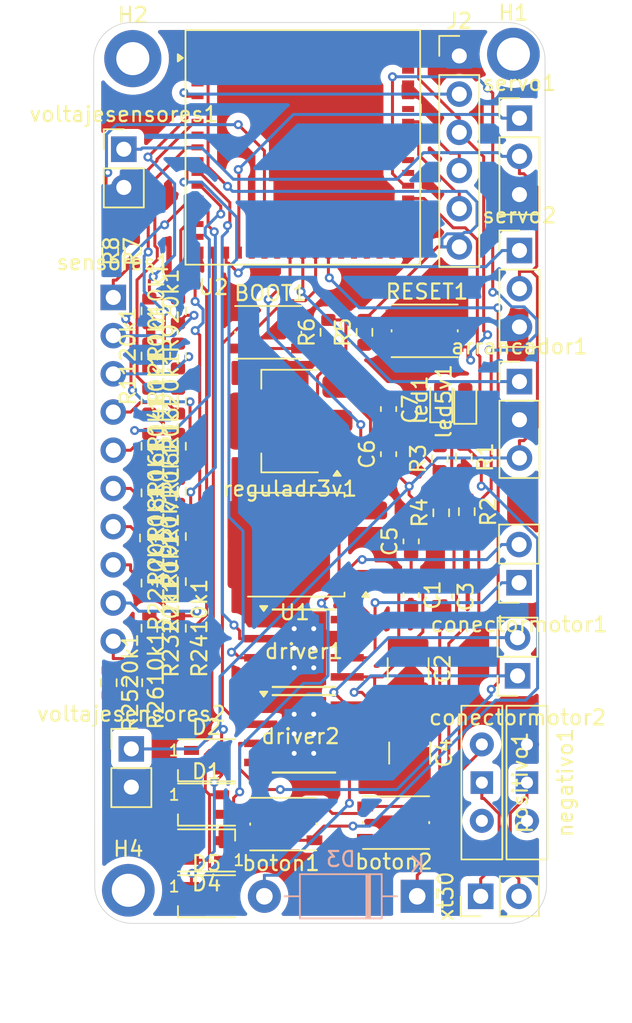
<source format=kicad_pcb>
(kicad_pcb (version 20240108) (generator "pcbnew") (generator_version "8.0")
  (layers (0 "F.Cu" signal) (31 "B.Cu" signal) (34 "B.Paste" user) (35 "F.Paste" user) (36 "B.SilkS" user "B.Silkscreen") (37 "F.SilkS" user "F.Silkscreen") (38 "B.Mask" user) (39 "F.Mask" user) (44 "Edge.Cuts" user))
  (net 0 "")
  (net 1 "arrancador")
  (net 2 "RX")
  (net 3 "BOOT")
  (net 4 "5v")
  (net 5 "GND")
  (net 6 "Net-(conectormotor1-Pin_1)")
  (net 7 "Net-(conectormotor1-Pin_2)")
  (net 8 "EN")
  (net 9 "BT2")
  (net 10 "TX")
  (net 12 "24v")
  (net 13 "Net-(led1-A)")
  (net 14 "sensor2")
  (net 15 "sensor9")
  (net 16 "sensor5")
  (net 17 "sensor3")
  (net 18 "sensor4")
  (net 19 "Net-(conectormotor2-Pin_1)")
  (net 20 "Net-(conectormotor2-Pin_2)")
  (net 21 "MA1")
  (net 22 "MA2")
  (net 24 "Net-(D1-DOUT)")
  (net 25 "leds")
  (net 26 "Net-(negativo1-B)")
  (net 27 "Net-(positivo1-B)")
  (net 28 "sensor8")
  (net 29 "sensor1")
  (net 30 "sensor7")
  (net 31 "sensor6")
  (net 32 "sensor10")
  (net 33 "servo1")
  (net 34 "servo2")
  (net 35 "Net-(D2-DIN)")
  (net 36 "Net-(D3-K)")
  (net 37 "3.3v")
  (net 38 "MB1")
  (net 39 "MB2")
  (net 40 "BT1")
  (net 41 "GPIO0")
  (net 42 "Net-(sensores1-Pin_1)")
  (net 43 "Net-(sensores1-Pin_2)")
  (net 44 "Net-(sensores1-Pin_3)")
  (net 45 "Net-(sensores1-Pin_4)")
  (net 46 "Net-(sensores1-Pin_5)")
  (net 47 "Net-(sensores1-Pin_6)")
  (net 48 "Net-(sensores1-Pin_7)")
  (net 49 "Net-(sensores1-Pin_8)")
  (net 50 "Net-(sensores1-Pin_9)")
  (net 51 "Net-(sensores1-Pin_10)")
  (net 52 "Net-(led5v1-A)")
  (net 54 "Net-(D4-DOUT)")
  (footprint "Connector_PinHeader_2.54mm:PinHeader_1x06_P2.54mm_Vertical" (layer "F.Cu") (at 148.1 98.42)
    (property "Reference" "J2")
    (property "Value" "programadoresp32")
  )
  (footprint "Resistor_SMD:R_0603_1608Metric" (layer "F.Cu") (at 129.4 133.375 90)
    (property "Reference" "R2210k1")
    (property "Value" "~")
  )
  (footprint "Capacitor_SMD:C_0603_1608Metric" (layer "F.Cu") (at 143.4 124.9 90)
    (property "Reference" "C6")
    (property "Value" "~")
  )
  (footprint "Connector_PinHeader_2.54mm:PinHeader_1x02_P2.54mm_Vertical" (layer "F.Cu") (at 149.525 154.3 90)
    (property "Reference" "xt30")
    (property "Value" "Conn_01x02_Socket")
  )
  (footprint "MountingHole:MountingHole_2.2mm_M2_ISO7380_Pad_TopBottom" (layer "F.Cu") (at 126.1 153.9)
    (property "Reference" "H4")
    (property "Value" "MountingHole")
  )
  (footprint "Package_TO_SOT_SMD:TO-252-2" (layer "F.Cu") (at 137.16 130.92 180)
    (property "Reference" "U1")
    (property "Value" "L7805")
  )
  (footprint "Connector_PinHeader_2.54mm:PinHeader_1x02_P2.54mm_Vertical" (layer "F.Cu") (at 125.8 104.625)
    (property "Reference" "voltajesensores1")
    (property "Value" "Conn_01x02_Socket")
  )
  (footprint "Resistor_SMD:R_0603_1608Metric" (layer "F.Cu") (at 146.9 128.8 90)
    (property "Reference" "R4")
    (property "Value" "330k")
  )
  (footprint "Capacitor_SMD:C_0603_1608Metric" (layer "F.Cu") (at 144.9 134.275 -90)
    (property "Reference" "C1")
    (property "Value" "0.1UF 50V")
  )
  (footprint "Resistor_SMD:R_0603_1608Metric" (layer "F.Cu") (at 127.5 115.375 -90)
    (property "Reference" "R920k1")
    (property "Value" "~")
  )
  (footprint "Connector_PinHeader_2.54mm:PinHeader_1x03_P2.54mm_Vertical" (layer "F.Cu") (at 152.1 111.36)
    (property "Reference" "servo2")
    (property "Value" "Conn_01x03_Pin")
  )
  (footprint "Resistor_SMD:R_0603_1608Metric" (layer "F.Cu") (at 129.4 121.375 90)
    (property "Reference" "R1410k1")
    (property "Value" "~")
  )
  (footprint "Connector_PinHeader_2.54mm:PinHeader_1x10_P2.54mm_Vertical" (layer "F.Cu") (at 125.1 114.48)
    (property "Reference" "sensores1")
    (property "Value" "Conn_01x10_Socket")
  )
  (footprint "MountingHole:MountingHole_2.2mm_M2_ISO7380_Pad_TopBottom" (layer "F.Cu") (at 151.7 98.3)
    (property "Reference" "H1")
    (property "Value" "MountingHole")
  )
  (footprint "Resistor_SMD:R_0603_1608Metric" (layer "F.Cu") (at 148.4 125.1 -90)
    (property "Reference" "R1")
    (property "Value" "R_Small_US")
  )
  (footprint "Button_Switch_THT:SW_Slide-03_Wuerth-WS-SLTV_10x2.5x6.4_P2.54mm" (layer "F.Cu") (at 152.6 146.74 -90)
    (property "Reference" "negativo1")
    (property "Value" "~")
  )
  (footprint "Resistor_SMD:R_0603_1608Metric" (layer "F.Cu") (at 148.6 128.725 -90)
    (property "Reference" "R2")
    (property "Value" "R_Small_US")
  )
  (footprint "LED_SMD:LED_0603_1608Metric" (layer "F.Cu") (at 148.5 121.4 90)
    (property "Reference" "led5v1")
    (property "Value" "LED")
  )
  (footprint "Resistor_SMD:R_0603_1608Metric" (layer "F.Cu") (at 127.5 118.375 90)
    (property "Reference" "R1120k1")
    (property "Value" "~")
  )
  (footprint "Capacitor_SMD:C_0603_1608Metric" (layer "F.Cu") (at 144.9 130.7 90)
    (property "Reference" "C5")
    (property "Value" "~")
  )
  (footprint "Capacitor_SMD:C_0603_1608Metric" (layer "F.Cu") (at 143.4 121.9 -90)
    (property "Reference" "C7")
    (property "Value" "~")
  )
  (footprint "Resistor_SMD:R_0603_1608Metric" (layer "F.Cu") (at 124.9 111.425 -90)
    (property "Reference" "R7")
    (property "Value" "20k")
  )
  (footprint "Capacitor_SMD:C_1210_3225Metric" (layer "F.Cu") (at 144.8 144.775 -90)
    (property "Reference" "C4")
    (property "Value" "470UF 5V")
  )
  (footprint "Resistor_SMD:R_0603_1608Metric" (layer "F.Cu") (at 129.4 118.375 90)
    (property "Reference" "R1210k1")
    (property "Value" "~")
  )
  (footprint "Resistor_SMD:R_0603_1608Metric" (layer "F.Cu") (at 126.5 140.1 -90)
    (property "Reference" "R2610k1")
    (property "Value" "~")
  )
  (footprint "Button_Switch_SMD:SW_Push_1P1T_NO_Vertical_Wuerth_434133025816" (layer "F.Cu") (at 145.8 116.7)
    (property "Reference" "RESET1")
    (property "Value" "SW_Push")
  )
  (footprint "MountingHole:MountingHole_2.2mm_M2_ISO14580_Pad_TopBottom" (layer "F.Cu") (at 126.4 98.6)
    (property "Reference" "H2")
    (property "Value" "MountingHole")
  )
  (footprint "Button_Switch_SMD:SW_Push_1P1T_NO_Vertical_Wuerth_434133025816" (layer "F.Cu") (at 136.4 149.5 180)
    (property "Reference" "boton1")
    (property "Value" "SW_Push")
  )
  (footprint "Capacitor_SMD:C_1210_3225Metric" (layer "F.Cu") (at 144.7 139.175 -90)
    (property "Reference" "C2")
    (property "Value" "470UF 5V")
  )
  (footprint "Button_Switch_THT:SW_Slide-03_Wuerth-WS-SLTV_10x2.5x6.4_P2.54mm" (layer "F.Cu") (at 149.6 146.74 -90)
    (property "Reference" "positivo1")
    (property "Value" "~")
  )
  (footprint "LED_SMD:LED_SK6805_PLCC4_2.4x2.7mm_P1.3mm" (layer "F.Cu") (at 131.3 151.25 180)
    (property "Reference" "D4")
    (property "Value" "SK6805")
  )
  (footprint "Resistor_SMD:R_0603_1608Metric" (layer "F.Cu") (at 129.4 115.375 90)
    (property "Reference" "R1010k1")
    (property "Value" "~")
  )
  (footprint "Resistor_SMD:R_0603_1608Metric" (layer "F.Cu") (at 129.4 124.375 90)
    (property "Reference" "R1610k1")
    (property "Value" "~")
  )
  (footprint "Resistor_SMD:R_0603_1608Metric" (layer "F.Cu") (at 127.5 124.375 -90)
    (property "Reference" "R1520k1")
    (property "Value" "~")
  )
  (footprint "Resistor_SMD:R_0603_1608Metric" (layer "F.Cu") (at 141.8 116.8 90)
    (property "Reference" "R5")
    (property "Value" "10K")
  )
  (footprint "Connector_PinSocket_2.54mm:PinSocket_1x02_P2.54mm_Vertical" (layer "F.Cu") (at 152.075 133.45 180)
    (property "Reference" "conectormotor1")
    (property "Value" "Conn_01x02_Socket")
  )
  (footprint "Package_SO:Texas_HTSOP-8-1EP_3.9x4.9mm_P1.27mm_EP2.95x4.9mm_Mask2.4x3.1mm_ThermalVias" (layer "F.Cu") (at 137.775 137.805)
    (property "Reference" "driver1")
    (property "Value" "DRV8871DDA")
  )
  (footprint "Resistor_SMD:R_0603_1608Metric" (layer "F.Cu") (at 127.5 136.475 -90)
    (property "Reference" "R2320k1")
    (property "Value" "~")
  )
  (footprint "Package_TO_SOT_SMD:SOT-223-3_TabPin2" (layer "F.Cu") (at 136.85 122.7 180)
    (property "Reference" "reguladr3v1")
    (property "Value" "AMS1117")
  )
  (footprint "Resistor_SMD:R_0603_1608Metric" (layer "F.Cu") (at 127.5 127.475 -90)
    (property "Reference" "R1720k1")
    (property "Value" "~")
  )
  (footprint "Resistor_SMD:R_0603_1608Metric" (layer "F.Cu") (at 129.4 130.375 90)
    (property "Reference" "R2010k1")
    (property "Value" "~")
  )
  (footprint "Capacitor_SMD:C_0603_1608Metric" (layer "F.Cu") (at 147.1 134.375 -90)
    (property "Reference" "C3")
    (property "Value" "0.1UF 50V")
  )
  (footprint "Resistor_SMD:R_0603_1608Metric" (layer "F.Cu") (at 124.8 140.1 -90)
    (property "Reference" "R2520k1")
    (property "Value" "~")
  )
  (footprint "LED_SMD:LED_0603_1608Metric" (layer "F.Cu") (at 146.9 121.3 90)
    (property "Reference" "led1")
    (property "Value" "3.3led")
  )
  (footprint "Button_Switch_SMD:SW_Push_1P1T_NO_Vertical_Wuerth_434133025816" (layer "F.Cu") (at 143.9 149.4 180)
    (property "Reference" "boton2")
    (property "Value" "SW_Push")
  )
  (footprint "Button_Switch_SMD:SW_Push_1P1T_NO_Vertical_Wuerth_434133025816" (layer "F.Cu") (at 135.4 116.8)
    (property "Reference" "BOOT1")
    (property "Value" "SW_Push")
  )
  (footprint "Connector_PinHeader_2.54mm:PinHeader_1x03_P2.54mm_Vertical" (layer "F.Cu") (at 152.1 120.075)
    (property "Reference" "arrancador1")
    (property "Value" "Conn_01x03_Pin")
  )
  (footprint "Resistor_SMD:R_0603_1608Metric" (layer "F.Cu") (at 129.4 136.475 -90)
    (property "Reference" "R2410k1")
    (property "Value" "~")
  )
  (footprint "Resistor_SMD:R_0603_1608Metric" (layer "F.Cu") (at 146.8 125.2 90)
    (property "Reference" "R3")
    (property "Value" "330k")
  )
  (footprint "Connector_PinHeader_2.54mm:PinHeader_1x03_P2.54mm_Vertical" (layer "F.Cu") (at 152.1 102.56)
    (property "Reference" "servo1")
    (property "Value" "Conn_01x03_Pin")
  )
  (footprint "Resistor_SMD:R_0603_1608Metric" (layer "F.Cu") (at 129.4 127.375 90)
    (property "Reference" "R1810k1")
    (property "Value" "~")
  )
  (footprint "Resistor_SMD:R_0603_1608Metric" (layer "F.Cu") (at 139.4 116.8 90)
    (property "Reference" "R6")
    (property "Value" "10K")
  )
  (footprint "Resistor_SMD:R_0603_1608Metric" (layer "F.Cu") (at 127.4 130.475 -90)
    (property "Reference" "R1920k1")
    (property "Value" "~")
  )
  (footprint "RF_Module:ESP32-S2-MINI-1U" (layer "F.Cu") (at 137.7 104.5)
    (property "Reference" "U2")
    (property "Value" "ESP32-S3-MINI-1U")
  )
  (footprint "Resistor_SMD:R_0603_1608Metric" (layer "F.Cu") (at 127.5 121.375 -90)
    (property "Reference" "R1320k1")
    (property "Value" "~")
  )
  (footprint "Resistor_SMD:R_0603_1608Metric" (layer "F.Cu") (at 126.4 111.4 90)
    (property "Reference" "R8")
    (property "Value" "10k")
  )
  (footprint "LED_SMD:LED_SK6805_PLCC4_2.4x2.7mm_P1.3mm" (layer "F.Cu") (at 131.3 145.25)
    (property "Reference" "D2")
    (property "Value" "SK6805")
  )
  (footprint "Package_SO:Texas_HTSOP-8-1EP_3.9x4.9mm_P1.27mm_EP2.95x4.9mm_Mask2.4x3.1mm_ThermalVias" (layer "F.Cu") (at 137.775 143.495)
    (property "Reference" "driver2")
    (property "Value" "DRV8871DDA")
  )
  (footprint "Resistor_SMD:R_0603_1608Metric" (layer "F.Cu") (at 127.5 133.475 -90)
    (property "Reference" "R2120k1")
    (property "Value" "~")
  )
  (footprint "Connector_PinSocket_2.54mm:PinSocket_1x02_P2.54mm_Vertical" (layer "F.Cu") (at 151.975 139.64 180)
    (property "Reference" "conectormotor2")
    (property "Value" "Conn_01x02_Socket")
  )
  (footprint "LED_SMD:LED_SK6805_PLCC4_2.4x2.7mm_P1.3mm" (layer "F.Cu") (at 131.3 148.2)
    (property "Reference" "D1")
    (property "Value" "SK6805")
  )
  (footprint "Connector_PinHeader_2.54mm:PinHeader_1x02_P2.54mm_Vertical" (layer "F.Cu") (at 126.3 144.5)
    (property "Reference" "voltajesensores2")
    (property "Value" "Conn_01x02_Socket")
  )
  (footprint "LED_SMD:LED_SK6805_PLCC4_2.4x2.7mm_P1.3mm" (layer "F.Cu") (at 131.3 154.3)
    (property "Reference" "D5")
    (property "Value" "SK6805")
  )
  (footprint "Diode_THT:D_DO-41_SOD81_P10.16mm_Horizontal" (layer "B.Cu") (at 145.305 154.3 180)
    (property "Reference" "D3")
    (property "Value" "1N5819")
  )
  (gr_line (start 153.9 153.6) (end 153.8 98.6) (stroke (width 0.05)) (layer "Edge.Cuts"))
  (gr_arc (start 151.3 96.198001) (mid 153.033465 96.895811) (end 153.8 98.6) (stroke (width 0.05)) (layer "Edge.Cuts"))
  (gr_line (start 151.3 96.198001) (end 126.2 96.2) (stroke (width 0.05)) (layer "Edge.Cuts"))
  (gr_arc (start 153.9 153.6) (mid 153.167767 155.367767) (end 151.4 156.1) (stroke (width 0.05)) (layer "Edge.Cuts"))
  (gr_arc (start 126.367767 156.1) (mid 124.6 155.367767) (end 123.867767 153.6) (stroke (width 0.05)) (layer "Edge.Cuts"))
  (gr_line (start 123.798001 98.7) (end 123.867767 153.6) (stroke (width 0.05)) (layer "Edge.Cuts"))
  (gr_arc (start 123.798001 98.7) (mid 124.495811 96.966535) (end 126.2 96.2) (stroke (width 0.05)) (layer "Edge.Cuts"))
  (gr_line (start 151.4 156.1) (end 126.367767 156.1) (stroke (width 0.05)) (layer "Edge.Cuts"))
  (segment (start 137.7 113.9808) (end 137.5844 114.0964) (width 0.2) (layer "F.Cu") (net 1))
  (segment (start 137.7 111.5) (end 137.7 113.9808) (width 0.2) (layer "F.Cu") (net 1))
  (via (at 137.5844 114.0964) (size 0.6) (drill 0.3) (layers "F.Cu" "B.Cu") (net 1))
  (segment (start 143.563 120.075) (end 150.9483 120.075) (width 0.2) (layer "B.Cu") (net 1))
  (segment (start 137.5844 114.0964) (end 143.563 120.075) (width 0.2) (layer "B.Cu") (net 1))
  (segment (start 152.1 120.075) (end 150.9483 120.075) (width 0.2) (layer "B.Cu") (net 1))
  (segment (start 148.1 108.58) (end 148.1 107.4283) (width 0.2) (layer "F.Cu") (net 2))
  (segment (start 147.8315 107.4283) (end 148.1 107.4283) (width 0.2) (layer "F.Cu") (net 2))
  (segment (start 144.7 103.65) (end 145.4017 103.65) (width 0.2) (layer "F.Cu") (net 2))
  (segment (start 145.4017 103.65) (end 145.4017 104.9985) (width 0.2) (layer "F.Cu") (net 2))
  (segment (start 145.4017 104.9985) (end 147.8315 107.4283) (width 0.2) (layer "F.Cu") (net 2))
  (segment (start 129.9983 101.0668) (end 129.9983 101.1) (width 0.2) (layer "F.Cu") (net 3))
  (segment (start 129.7955 100.864) (end 129.9983 101.0668) (width 0.2) (layer "F.Cu") (net 3))
  (segment (start 130.7 101.1) (end 129.9983 101.1) (width 0.2) (layer "F.Cu") (net 3))
  (via (at 129.7955 100.864) (size 0.6) (drill 0.3) (layers "F.Cu" "B.Cu") (net 3))
  (segment (start 129.8915 100.96) (end 129.7955 100.864) (width 0.2) (layer "B.Cu") (net 3))
  (segment (start 148.1 100.96) (end 129.8915 100.96) (width 0.2) (layer "B.Cu") (net 3))
  (segment (start 152.1 105.1) (end 152.1 106.2517) (width 0.2) (layer "F.Cu") (net 4))
  (segment (start 130.3 151.9) (end 131.1017 151.9) (width 0.2) (layer "F.Cu") (net 4))
  (segment (start 144.7641 127.039) (end 144.764 127.0391) (width 0.2) (layer "F.Cu") (net 4))
  (segment (start 131.4983 151.9002) (end 131.4981 151.9) (width 0.2) (layer "F.Cu") (net 4))
  (segment (start 146.7963 129.625) (end 146.9 129.625) (width 0.2) (layer "F.Cu") (net 4))
  (segment (start 132.3 153.65) (end 131.4983 153.65) (width 0.2) (layer "F.Cu") (net 4))
  (segment (start 144.7703 127.0328) (end 144.7641 127.039) (width 0.2) (layer "F.Cu") (net 4))
  (segment (start 131.4981 151.9) (end 131.4981 147.5502) (width 0.2) (layer "F.Cu") (net 4))
  (segment (start 142.2 128.64) (end 142.2 125.675) (width 0.2) (layer "F.Cu") (net 4))
  (segment (start 131.4983 144.6) (end 131.2157 144.8826) (width 0.2) (layer "F.Cu") (net 4))
  (segment (start 142.2 122.6) (end 140 120.4) (width 0.2) (layer "F.Cu") (net 4))
  (segment (start 153.2517 107.1154) (end 153.2517 112.4111) (width 0.2) (layer "F.Cu") (net 4))
  (segment (start 132.3 147.55) (end 131.4983 147.55) (width 0.2) (layer "F.Cu") (net 4))
  (segment (start 152.1 124.0033) (end 152.3879 124.0033) (width 0.2) (layer "F.Cu") (net 4))
  (segment (start 131.4983 153.65) (end 131.4983 151.9002) (width 0.2) (layer "F.Cu") (net 4))
  (segment (start 152.9145 112.7483) (end 152.1 112.7483) (width 0.2) (layer "F.Cu") (net 4))
  (segment (start 132.3 143.3256) (end 132.3 144.6) (width 0.2) (layer "F.Cu") (net 4))
  (segment (start 153.2956 123.0956) (end 153.2956 113.1294) (width 0.2) (layer "F.Cu") (net 4))
  (segment (start 152.1 113.9) (end 152.1 112.7483) (width 0.2) (layer "F.Cu") (net 4))
  (segment (start 132.4207 143.2049) (end 132.3 143.3256) (width 0.2) (layer "F.Cu") (net 4))
  (segment (start 142.2 125.675) (end 142.2 122.6) (width 0.2) (layer "F.Cu") (net 4))
  (segment (start 142.2 125.675) (end 143.4 125.675) (width 0.2) (layer "F.Cu") (net 4))
  (segment (start 153.2517 112.4111) (end 152.9145 112.7483) (width 0.2) (layer "F.Cu") (net 4))
  (segment (start 153.2956 113.1294) (end 152.9145 112.7483) (width 0.2) (layer "F.Cu") (net 4))
  (segment (start 131.4981 147.5502) (end 131.4983 147.55) (width 0.2) (layer "F.Cu") (net 4))
  (segment (start 152.1 106.2517) (end 152.388 106.2517) (width 0.2) (layer "F.Cu") (net 4))
  (segment (start 131.2157 147.2674) (end 131.4983 147.55) (width 0.2) (layer "F.Cu") (net 4))
  (segment (start 152.3879 124.0033) (end 153.2956 123.0956) (width 0.2) (layer "F.Cu") (net 4))
  (segment (start 152.388 106.2517) (end 153.2517 107.1154) (width 0.2) (layer "F.Cu") (net 4))
  (segment (start 131.2157 144.8826) (end 131.2157 147.2674) (width 0.2) (layer "F.Cu") (net 4))
  (segment (start 143.4 125.675) (end 144.7641 127.039) (width 0.2) (layer "F.Cu") (net 4))
  (segment (start 144.764 127.0391) (end 144.764 127.5927) (width 0.2) (layer "F.Cu") (net 4))
  (segment (start 144.764 127.5927) (end 146.7963 129.625) (width 0.2) (layer "F.Cu") (net 4))
  (segment (start 131.4981 151.9) (end 131.1017 151.9) (width 0.2) (layer "F.Cu") (net 4))
  (segment (start 152.1 125.155) (end 152.1 124.0033) (width 0.2) (layer "F.Cu") (net 4))
  (segment (start 132.3 144.6) (end 131.4983 144.6) (width 0.2) (layer "F.Cu") (net 4))
  (via (at 144.7703 127.0328) (size 0.6) (drill 0.3) (layers "F.Cu" "B.Cu") (net 4))
  (via (at 132.4207 143.2049) (size 0.6) (drill 0.3) (layers "F.Cu" "B.Cu") (net 4))
  (segment (start 150.9483 125.155) (end 146.6481 125.155) (width 0.2) (layer "B.Cu") (net 4))
  (segment (start 152.1 125.155) (end 150.9483 125.155) (width 0.2) (layer "B.Cu") (net 4))
  (segment (start 130.9957 104.5409) (end 133.0764 106.6216) (width 0.2) (layer "B.Cu") (net 4))
  (segment (start 132.1957 142.9799) (end 130.6756 144.5) (width 0.2) (layer "B.Cu") (net 4))
  (segment (start 144.7703 127.1102) (end 144.7703 127.0328) (width 0.2) (layer "B.Cu") (net 4))
  (segment (start 130.6756 144.5) (end 127.4517 144.5) (width 0.2) (layer "B.Cu") (net 4))
  (segment (start 126.9517 104.625) (end 127.0358 104.5409) (width 0.2) (layer "B.Cu") (net 4))
  (segment (start 150.7008 104.8525) (end 150.9483 105.1) (width 0.2) (layer "B.Cu") (net 4))
  (segment (start 152.1 105.1) (end 150.9483 105.1) (width 0.2) (layer "B.Cu") (net 4))
  (segment (start 133.0764 106.6216) (end 143.9561 106.6216) (width 0.2) (layer "B.Cu") (net 4))
  (segment (start 125.8 104.625) (end 126.9517 104.625) (width 0.2) (layer "B.Cu") (net 4))
  (segment (start 132.1957 142.9799) (end 132.1957 139.6848) (width 0.2) (layer "B.Cu") (net 4))
  (segment (start 145.7252 104.8525) (end 150.7008 104.8525) (width 0.2) (layer "B.Cu") (net 4))
  (segment (start 146.6481 125.155) (end 144.7703 127.0328) (width 0.2) (layer "B.Cu") (net 4))
  (segment (start 132.1957 139.6848) (end 144.7703 127.1102) (width 0.2) (layer "B.Cu") (net 4))
  (segment (start 127.0358 104.5409) (end 130.9957 104.5409) (width 0.2) (layer "B.Cu") (net 4))
  (segment (start 126.3 144.5) (end 127.4517 144.5) (width 0.2) (layer "B.Cu") (net 4))
  (segment (start 132.1957 142.9799) (end 132.4207 143.2049) (width 0.2) (layer "B.Cu") (net 4))
  (segment (start 143.9561 106.6216) (end 145.7252 104.8525) (width 0.2) (layer "B.Cu") (net 4))
  (segment (start 142.5028 134.773) (end 142.5028 137.9889) (width 0.2) (layer "F.Cu") (net 6))
  (segment (start 142.5028 137.9889) (end 142.0517 138.44) (width 0.2) (layer "F.Cu") (net 6))
  (segment (start 140.65 138.44) (end 142.0517 138.44) (width 0.2) (layer "F.Cu") (net 6))
  (via (at 142.5028 134.773) (size 0.6) (drill 0.3) (layers "F.Cu" "B.Cu") (net 6))
  (segment (start 149.6003 134.773) (end 150.9233 133.45) (width 0.2) (layer "B.Cu") (net 6))
  (segment (start 152.075 133.45) (end 150.9233 133.45) (width 0.2) (layer "B.Cu") (net 6))
  (segment (start 142.5028 134.773) (end 149.6003 134.773) (width 0.2) (layer "B.Cu") (net 6))
  (segment (start 140.742 134.1766) (end 140.742 132.5558) (width 0.2) (layer "F.Cu") (net 7))
  (segment (start 141.3861 131.9117) (end 141.6458 131.9117) (width 0.2) (layer "F.Cu") (net 7))
  (segment (start 142.0517 135.4863) (end 140.742 134.1766) (width 0.2) (layer "F.Cu") (net 7))
  (segment (start 140.65 135.9) (end 142.0517 135.9) (width 0.2) (layer "F.Cu") (net 7))
  (segment (start 140.742 132.5558) (end 141.3861 131.9117) (width 0.2) (layer "F.Cu") (net 7))
  (segment (start 142.0517 135.9) (end 142.0517 135.4863) (width 0.2) (layer "F.Cu") (net 7))
  (via (at 141.6458 131.9117) (size 0.6) (drill 0.3) (layers "F.Cu" "B.Cu") (net 7))
  (segment (start 141.6458 131.9117) (end 149.9216 131.9117) (width 0.2) (layer "B.Cu") (net 7))
  (segment (start 149.9216 131.9117) (end 150.9233 130.91) (width 0.2) (layer "B.Cu") (net 7))
  (segment (start 152.075 130.91) (end 150.9233 130.91) (width 0.2) (layer "B.Cu") (net 7))
  (segment (start 149.7227 105.1227) (end 149.7227 116.7044) (width 0.2) (layer "F.Cu") (net 8))
  (segment (start 147.85 117.775) (end 148.6767 117.775) (width 0.2) (layer "F.Cu") (net 8))
  (segment (start 148.1 102.9241) (end 148.1 102.5146) (width 0.2) (layer "F.Cu") (net 8))
  (segment (start 148.6767 118.4719) (end 148.8547 118.6499) (width 0.2) (layer "F.Cu") (net 8))
  (segment (start 148.1 103.5) (end 148.1 103.061) (width 0.2) (layer "F.Cu") (net 8))
  (segment (start 143.725 117.775) (end 147.85 117.775) (width 0.2) (layer "F.Cu") (net 8))
  (segment (start 141.8 117.625) (end 142.7483 117.625) (width 0.2) (layer "F.Cu") (net 8))
  (segment (start 148.1 103.5) (end 149.7227 105.1227) (width 0.2) (layer "F.Cu") (net 8))
  (segment (start 144.7 98.55) (end 145.4017 98.55) (width 0.2) (layer "F.Cu") (net 8))
  (segment (start 145.4017 98.55) (end 145.4017 99.9342) (width 0.2) (layer "F.Cu") (net 8))
  (segment (start 143.4125 117.775) (end 143.725 117.775) (width 0.2) (layer "F.Cu") (net 8))
  (segment (start 143.4125 117.775) (end 142.8983 117.775) (width 0.2) (layer "F.Cu") (net 8))
  (segment (start 147.9821 102.5146) (end 148.1 102.5146) (width 0.2) (layer "F.Cu") (net 8))
  (segment (start 145.4017 99.9342) (end 147.9821 102.5146) (width 0.2) (layer "F.Cu") (net 8))
  (segment (start 149.7227 116.7044) (end 149.9829 116.9646) (width 0.2) (layer "F.Cu") (net 8))
  (segment (start 142.7483 117.625) (end 142.8983 117.775) (width 0.2) (layer "F.Cu") (net 8))
  (segment (start 148.1 102.9241) (end 148.1 103.061) (width 0.2) (layer "F.Cu") (net 8))
  (segment (start 148.6767 117.775) (end 148.6767 118.4719) (width 0.2) (layer "F.Cu") (net 8))
  (via (at 149.9829 116.9646) (size 0.6) (drill 0.3) (layers "F.Cu" "B.Cu") (net 8))
  (via (at 148.8547 118.6499) (size 0.6) (drill 0.3) (layers "F.Cu" "B.Cu") (net 8))
  (segment (start 148.8547 118.0928) (end 148.8547 118.6499) (width 0.2) (layer "B.Cu") (net 8))
  (segment (start 149.9829 116.9646) (end 148.8547 118.0928) (width 0.2) (layer "B.Cu") (net 8))
  (segment (start 143.6593 106.2469) (end 143.6593 99.805) (width 0.2) (layer "F.Cu") (net 9))
  (segment (start 150.0821 117.9848) (end 150.2207 118.1234) (width 0.2) (layer "F.Cu") (net 9))
  (segment (start 146.8017 150.475) (end 147.4058 149.8709) (width 0.2) (layer "F.Cu") (net 9))
  (segment (start 150.2207 127.2454) (end 149.0831 128.383) (width 0.2) (layer "F.Cu") (net 9))
  (segment (start 150.3244 114.1357) (end 150.3244 100.8953) (width 0.2) (layer "F.Cu") (net 9))
  (segment (start 141.825 150.475) (end 145.975 150.475) (width 0.2) (layer "F.Cu") (net 9))
  (segment (start 144.7 107.05) (end 144.4624 107.05) (width 0.2) (layer "F.Cu") (net 9))
  (segment (start 149.0831 128.383) (end 148.6 127.9) (width 0.2) (layer "F.Cu") (net 9))
  (segment (start 144.4624 107.05) (end 143.6593 106.2469) (width 0.2) (layer "F.Cu") (net 9))
  (segment (start 150.3244 100.8953) (end 149.9769 100.5478) (width 0.2) (layer "F.Cu") (net 9))
  (segment (start 145.975 150.475) (end 146.8017 150.475) (width 0.2) (layer "F.Cu") (net 9))
  (segment (start 149.4009 135.4924) (end 149.4009 128.7009) (width 0.2) (layer "F.Cu") (net 9))
  (segment (start 147.4058 149.8709) (end 147.4058 137.4875) (width 0.2) (layer "F.Cu") (net 9))
  (segment (start 150.2207 118.1234) (end 150.2207 127.2454) (width 0.2) (layer "F.Cu") (net 9))
  (segment (start 147.4058 137.4875) (end 149.4009 135.4924) (width 0.2) (layer "F.Cu") (net 9))
  (segment (start 149.4009 128.7009) (end 149.0831 128.383) (width 0.2) (layer "F.Cu") (net 9))
  (via (at 150.3244 114.1357) (size 0.6) (drill 0.3) (layers "F.Cu" "B.Cu") (net 9))
  (via (at 149.9769 100.5478) (size 0.6) (drill 0.3) (layers "F.Cu" "B.Cu") (net 9))
  (via (at 150.0821 117.9848) (size 0.6) (drill 0.3) (layers "F.Cu" "B.Cu") (net 9))
  (via (at 143.6593 99.805) (size 0.6) (drill 0.3) (layers "F.Cu" "B.Cu") (net 9))
  (segment (start 150.612 114.1357) (end 151.5817 115.1054) (width 0.2) (layer "B.Cu") (net 9))
  (segment (start 150.3244 114.1357) (end 150.612 114.1357) (width 0.2) (layer "B.Cu") (net 9))
  (segment (start 153.2517 115.9403) (end 153.2517 116.9171) (width 0.2) (layer "B.Cu") (net 9))
  (segment (start 149.2341 99.805) (end 143.6593 99.805) (width 0.2) (layer "B.Cu") (net 9))
  (segment (start 149.9769 100.5478) (end 149.2341 99.805) (width 0.2) (layer "B.Cu") (net 9))
  (segment (start 153.2517 116.9171) (end 152.184 117.9848) (width 0.2) (layer "B.Cu") (net 9))
  (segment (start 152.184 117.9848) (end 150.0821 117.9848) (width 0.2) (layer "B.Cu") (net 9))
  (segment (start 152.4168 115.1054) (end 153.2517 115.9403) (width 0.2) (layer "B.Cu") (net 9))
  (segment (start 151.5817 115.1054) (end 152.4168 115.1054) (width 0.2) (layer "B.Cu") (net 9))
  (segment (start 147.49 104.8883) (end 148.1 104.8883) (width 0.2) (layer "F.Cu") (net 10))
  (segment (start 148.1 106.04) (end 148.1 104.8883) (width 0.2) (layer "F.Cu") (net 10))
  (segment (start 144.7 102.8) (end 145.4017 102.8) (width 0.2) (layer "F.Cu") (net 10))
  (segment (start 145.4017 102.8) (end 147.49 104.8883) (width 0.2) (layer "F.Cu") (net 10))
  (segment (start 142.2 133.2) (end 143.7798 133.2) (width 0.2) (layer "F.Cu") (net 12))
  (segment (start 144.7 137.7) (end 146.3685 139.3685) (width 0.2) (layer "F.Cu") (net 12))
  (segment (start 142.4773 139.71) (end 140.65 139.71) (width 0.2) (layer "F.Cu") (net 12))
  (segment (start 144.7 137.7) (end 145.6812 136.7188) (width 0.2) (layer "F.Cu") (net 12))
  (segment (start 142.9898 139.71) (end 142.4773 139.71) (width 0.2) (layer "F.Cu") (net 12))
  (segment (start 144.9 133.5) (end 144.9 131.475) (width 0.2) (layer "F.Cu") (net 12))
  (segment (start 140.65 145.4) (end 141.3509 145.4) (width 0.2) (layer "F.Cu") (net 12))
  (segment (start 142.4773 144.9744) (end 142.4773 139.71) (width 0.2) (layer "F.Cu") (net 12))
  (segment (start 146.7006 133.9994) (end 145.6812 133.9994) (width 0.2) (layer "F.Cu") (net 12))
  (segment (start 142.0517 145.4) (end 142.4773 144.9744) (width 0.2) (layer "F.Cu") (net 12))
  (segment (start 144.0798 133.5) (end 144.9 133.5) (width 0.2) (layer "F.Cu") (net 12))
  (segment (start 144.0798 138.62) (end 142.9898 139.71) (width 0.2) (layer "F.Cu") (net 12))
  (segment (start 141.3509 145.4) (end 142.0517 145.4) (width 0.2) (layer "F.Cu") (net 12))
  (segment (start 146.3685 139.3685) (end 146.3685 141.7315) (width 0.2) (layer "F.Cu") (net 12))
  (segment (start 144.0798 133.5) (end 144.0798 138.62) (width 0.2) (layer "F.Cu") (net 12))
  (segment (start 146.3685 141.7315) (end 144.8 143.3) (width 0.2) (layer "F.Cu") (net 12))
  (segment (start 140.799 145.9519) (end 141.3509 145.4) (width 0.2) (layer "F.Cu") (net 12))
  (segment (start 145.3994 133.9994) (end 144.9 133.5) (width 0.2) (layer "F.Cu") (net 12))
  (segment (start 140.799 148.1125) (end 140.799 145.9519) (width 0.2) (layer "F.Cu") (net 12))
  (segment (start 145.6812 133.9994) (end 145.3994 133.9994) (width 0.2) (layer "F.Cu") (net 12))
  (segment (start 143.7798 133.2) (end 144.0798 133.5) (width 0.2) (layer "F.Cu") (net 12))
  (segment (start 145.6812 136.7188) (end 145.6812 133.9994) (width 0.2) (layer "F.Cu") (net 12))
  (segment (start 147.1 133.6) (end 146.7006 133.9994) (width 0.2) (layer "F.Cu") (net 12))
  (via (at 140.799 148.1125) (size 0.6) (drill 0.3) (layers "F.Cu" "B.Cu") (net 12))
  (segment (start 136.0132 152.8983) (end 140.799 148.1125) (width 0.2) (layer "B.Cu") (net 12))
  (segment (start 135.145 152.8983) (end 136.0132 152.8983) (width 0.2) (layer "B.Cu") (net 12))
  (segment (start 135.145 154.3) (end 135.145 152.8983) (width 0.2) (layer "B.Cu") (net 12))
  (segment (start 146.1017 121.3108) (end 146.1017 123.6767) (width 0.2) (layer "F.Cu") (net 13))
  (segment (start 146.9 120.5125) (end 146.1017 121.3108) (width 0.2) (layer "F.Cu") (net 13))
  (segment (start 146.1017 123.6767) (end 146.8 124.375) (width 0.2) (layer "F.Cu") (net 13))
  (segment (start 127.5 114.55) (end 129.4 114.55) (width 0.2) (layer "F.Cu") (net 14))
  (segment (start 127.5 113.3448) (end 127.5 114.55) (width 0.2) (layer "F.Cu") (net 14))
  (segment (start 127.7553 113.0895) (end 127.5 113.3448) (width 0.2) (layer "F.Cu") (net 14))
  (segment (start 130.7 101.95) (end 129.9983 101.95) (width 0.2) (layer "F.Cu") (net 14))
  (segment (start 129.9983 102.5487) (end 127.4044 105.1426) (width 0.2) (layer "F.Cu") (net 14))
  (segment (start 129.9983 101.95) (end 129.9983 102.5487) (width 0.2) (layer "F.Cu") (net 14))
  (via (at 127.4044 105.1426) (size 0.6) (drill 0.3) (layers "F.Cu" "B.Cu") (net 14))
  (via (at 127.7553 113.0895) (size 0.6) (drill 0.3) (layers "F.Cu" "B.Cu") (net 14))
  (segment (start 129.1786 106.9168) (end 127.4044 105.1426) (width 0.2) (layer "B.Cu") (net 14))
  (segment (start 127.7553 113.0895) (end 129.1786 111.6662) (width 0.2) (layer "B.Cu") (net 14))
  (segment (start 129.1786 111.6662) (end 129.1786 106.9168) (width 0.2) (layer "B.Cu") (net 14))
  (segment (start 131.3044 114.027) (end 131.3044 135.5815) (width 0.2) (layer "F.Cu") (net 15))
  (segment (start 131.3044 135.5815) (end 129.6184 137.2675) (width 0.2) (layer "F.Cu") (net 15))
  (segment (start 129.9983 110.45) (end 129.9983 112.7209) (width 0.2) (layer "F.Cu") (net 15))
  (segment (start 129.4 137.3) (end 129.4 137.2675) (width 0.2) (layer "F.Cu") (net 15))
  (segment (start 130.7 110.45) (end 129.9983 110.45) (width 0.2) (layer "F.Cu") (net 15))
  (segment (start 127.7825 135.65) (end 129.4 137.2675) (width 0.2) (layer "F.Cu") (net 15))
  (segment (start 129.9983 112.7209) (end 131.3044 114.027) (width 0.2) (layer "F.Cu") (net 15))
  (segment (start 129.6184 137.2675) (end 129.4 137.2675) (width 0.2) (layer "F.Cu") (net 15))
  (segment (start 127.5 135.65) (end 127.7825 135.65) (width 0.2) (layer "F.Cu") (net 15))
  (segment (start 132.2464 108.4104) (end 132.2464 108.9333) (width 0.2) (layer "F.Cu") (net 16))
  (segment (start 126.5187 123.3271) (end 127.2771 123.3271) (width 0.2) (layer "F.Cu") (net 16))
  (segment (start 127.2771 123.3271) (end 127.5 123.55) (width 0.2) (layer "F.Cu") (net 16))
  (segment (start 130.7 107.05) (end 130.886 107.05) (width 0.2) (layer "F.Cu") (net 16))
  (segment (start 130.886 107.05) (end 132.2464 108.4104) (width 0.2) (layer "F.Cu") (net 16))
  (segment (start 127.5 123.55) (end 129.4 123.55) (width 0.2) (layer "F.Cu") (net 16))
  (segment (start 132.2464 108.9333) (end 132.2465 108.9333) (width 0.2) (layer "F.Cu") (net 16))
  (via (at 126.5187 123.3271) (size 0.6) (drill 0.3) (layers "F.Cu" "B.Cu") (net 16))
  (via (at 132.2465 108.9333) (size 0.6) (drill 0.3) (layers "F.Cu" "B.Cu") (net 16))
  (segment (start 131.2096 110.3614) (end 131.4846 110.6364) (width 0.2) (layer "B.Cu") (net 16))
  (segment (start 131.4846 110.6364) (end 131.4846 121.0095) (width 0.2) (layer "B.Cu") (net 16))
  (segment (start 132.2465 108.9333) (end 132.1395 108.9333) (width 0.2) (layer "B.Cu") (net 16))
  (segment (start 131.4846 121.0095) (end 129.167 123.3271) (width 0.2) (layer "B.Cu") (net 16))
  (segment (start 132.1395 108.9333) (end 131.2096 109.8632) (width 0.2) (layer "B.Cu") (net 16))
  (segment (start 129.167 123.3271) (end 126.5187 123.3271) (width 0.2) (layer "B.Cu") (net 16))
  (segment (start 131.2096 109.8632) (end 131.2096 110.3614) (width 0.2) (layer "B.Cu") (net 16))
  (segment (start 127.4235 111.4596) (end 127.4235 105.9744) (width 0.2) (layer "F.Cu") (net 17))
  (segment (start 128.4941 115.4191) (end 128.4941 117.55) (width 0.2) (layer "F.Cu") (net 17))
  (segment (start 128.0061 105.3918) (end 128.0061 105.2974) (width 0.2) (layer "F.Cu") (net 17))
  (segment (start 129.4 117.55) (end 128.4941 117.55) (width 0.2) (layer "F.Cu") (net 17))
  (segment (start 130.5035 102.8) (end 130.7 102.8) (width 0.2) (layer "F.Cu") (net 17))
  (segment (start 128.4941 118.2059) (end 127.5 119.2) (width 0.2) (layer "F.Cu") (net 17))
  (segment (start 128.0061 105.2974) (end 130.5035 102.8) (width 0.2) (layer "F.Cu") (net 17))
  (segment (start 127.4235 105.9744) (end 128.0061 105.3918) (width 0.2) (layer "F.Cu") (net 17))
  (segment (start 128.4941 117.55) (end 128.4941 118.2059) (width 0.2) (layer "F.Cu") (net 17))
  (via (at 128.4941 115.4191) (size 0.6) (drill 0.3) (layers "F.Cu" "B.Cu") (net 17))
  (via (at 127.4235 111.4596) (size 0.6) (drill 0.3) (layers "F.Cu" "B.Cu") (net 17))
  (segment (start 127.4235 111.4596) (end 127.1536 111.7295) (width 0.2) (layer "B.Cu") (net 17))
  (segment (start 127.1536 111.7295) (end 127.1536 114.0786) (width 0.2) (layer "B.Cu") (net 17))
  (segment (start 127.1536 114.0786) (end 128.4941 115.4191) (width 0.2) (layer "B.Cu") (net 17))
  (segment (start 127.5 120.55) (end 129.4 120.55) (width 0.2) (layer "F.Cu") (net 18))
  (segment (start 128.0252 111.2104) (end 127.8643 111.0495) (width 0.2) (layer "F.Cu") (net 18))
  (segment (start 126.6794 119.7294) (end 126.6794 113.3146) (width 0.2) (layer "F.Cu") (net 18))
  (segment (start 126.6794 113.3146) (end 128.0252 111.9688) (width 0.2) (layer "F.Cu") (net 18))
  (segment (start 127.8643 106.634) (end 129.9983 104.5) (width 0.2) (layer "F.Cu") (net 18))
  (segment (start 128.0252 111.9688) (end 128.0252 111.2104) (width 0.2) (layer "F.Cu") (net 18))
  (segment (start 127.8643 111.0495) (end 127.8643 106.634) (width 0.2) (layer "F.Cu") (net 18))
  (segment (start 130.7 104.5) (end 129.9983 104.5) (width 0.2) (layer "F.Cu") (net 18))
  (segment (start 127.5 120.55) (end 126.6794 119.7294) (width 0.2) (layer "F.Cu") (net 18))
  (segment (start 142.0517 141.1718) (end 142.0517 144.13) (width 0.2) (layer "F.Cu") (net 19))
  (segment (start 140.65 144.13) (end 142.0517 144.13) (width 0.2) (layer "F.Cu") (net 19))
  (segment (start 141.6179 140.738) (end 142.0517 141.1718) (width 0.2) (layer "F.Cu") (net 19))
  (segment (start 141.1124 140.738) (end 141.6179 140.738) (width 0.2) (layer "F.Cu") (net 19))
  (via (at 141.1124 140.738) (size 0.6) (drill 0.3) (layers "F.Cu" "B.Cu") (net 19))
  (segment (start 151.975 139.64) (end 150.8233 139.64) (width 0.2) (layer "B.Cu") (net 19))
  (segment (start 142.2104 139.64) (end 141.1124 140.738) (width 0.2) (layer "B.Cu") (net 19))
  (segment (start 150.8233 139.64) (end 142.2104 139.64) (width 0.2) (layer "B.Cu") (net 19))
  (segment (start 139.7615 140.738) (end 140.6135 141.59) (width 0.2) (layer "F.Cu") (net 20))
  (segment (start 140.6135 141.59) (end 140.65 141.59) (width 0.2) (layer "F.Cu") (net 20))
  (via (at 139.7615 140.738) (size 0.6) (drill 0.3) (layers "F.Cu" "B.Cu") (net 20))
  (segment (start 143.3995 137.1) (end 139.7615 140.738) (width 0.2) (layer "B.Cu") (net 20))
  (segment (start 151.975 137.1) (end 143.3995 137.1) (width 0.2) (layer "B.Cu") (net 20))
  (segment (start 132.9593 138.0703) (end 133.1286 138.0703) (width 0.2) (layer "F.Cu") (net 21))
  (segment (start 134.9 138.44) (end 133.4983 138.44) (width 0.2) (layer "F.Cu") (net 21))
  (segment (start 129.9983 106.6067) (end 129.7955 106.8095) (width 0.2) (layer "F.Cu") (net 21))
  (segment (start 129.9983 105.35) (end 129.9983 106.6067) (width 0.2) (layer "F.Cu") (net 21))
  (segment (start 130.7 105.35) (end 129.9983 105.35) (width 0.2) (layer "F.Cu") (net 21))
  (segment (start 133.1286 138.0703) (end 133.4983 138.44) (width 0.2) (layer "F.Cu") (net 21))
  (via (at 129.7955 106.8095) (size 0.6) (drill 0.3) (layers "F.Cu" "B.Cu") (net 21))
  (via (at 132.9593 138.0703) (size 0.6) (drill 0.3) (layers "F.Cu" "B.Cu") (net 21))
  (segment (start 132.7904 112.459) (end 133.302 111.9474) (width 0.2) (layer "B.Cu") (net 21))
  (segment (start 133.7277 137.3019) (end 133.7277 130.0125) (width 0.2) (layer "B.Cu") (net 21))
  (segment (start 133.302 109.1379) (end 130.9736 106.8095) (width 0.2) (layer "B.Cu") (net 21))
  (segment (start 130.9736 106.8095) (end 129.7955 106.8095) (width 0.2) (layer "B.Cu") (net 21))
  (segment (start 132.7904 129.0752) (end 132.7904 112.459) (width 0.2) (layer "B.Cu") (net 21))
  (segment (start 133.302 111.9474) (end 133.302 109.1379) (width 0.2) (layer "B.Cu") (net 21))
  (segment (start 133.7277 130.0125) (end 132.7904 129.0752) (width 0.2) (layer "B.Cu") (net 21))
  (segment (start 132.9593 138.0703) (end 133.7277 137.3019) (width 0.2) (layer "B.Cu") (net 21))
  (segment (start 132.8482 108.1715) (end 130.8767 106.2) (width 0.2) (layer "F.Cu") (net 22))
  (segment (start 132.6933 109.6983) (end 132.8482 109.5434) (width 0.2) (layer "F.Cu") (net 22))
  (segment (start 133.4983 137.17) (end 133.4983 136.6372) (width 0.2) (layer "F.Cu") (net 22))
  (segment (start 133.4983 136.6372) (end 133.1259 136.2648) (width 0.2) (layer "F.Cu") (net 22))
  (segment (start 132.8482 109.5434) (end 132.8482 108.1715) (width 0.2) (layer "F.Cu") (net 22))
  (segment (start 134.9 137.17) (end 133.4983 137.17) (width 0.2) (layer "F.Cu") (net 22))
  (segment (start 130.8767 106.2) (end 130.7 106.2) (width 0.2) (layer "F.Cu") (net 22))
  (via (at 132.6933 109.6983) (size 0.6) (drill 0.3) (layers "F.Cu" "B.Cu") (net 22))
  (via (at 133.1259 136.2648) (size 0.6) (drill 0.3) (layers "F.Cu" "B.Cu") (net 22))
  (segment (start 133.1259 136.2648) (end 132.3402 135.4791) (width 0.2) (layer "B.Cu") (net 22))
  (segment (start 132.3402 110.4343) (end 132.6933 110.0812) (width 0.2) (layer "B.Cu") (net 22))
  (segment (start 132.3402 135.4791) (end 132.3402 110.4343) (width 0.2) (layer "B.Cu") (net 22))
  (segment (start 132.6933 110.0812) (end 132.6933 109.6983) (width 0.2) (layer "B.Cu") (net 22))
  (segment (start 129.4983 148.0857) (end 129.4998 148.0842) (width 0.2) (layer "F.Cu") (net 24))
  (segment (start 129.4983 150.6) (end 129.4983 148.0857) (width 0.2) (layer "F.Cu") (net 24))
  (segment (start 129.4983 147.5501) (end 129.4983 147.55) (width 0.2) (layer "F.Cu") (net 24))
  (segment (start 129.4998 147.5516) (end 129.4983 147.5501) (width 0.2) (layer "F.Cu") (net 24))
  (segment (start 130.3 150.6) (end 129.4983 150.6) (width 0.2) (layer "F.Cu") (net 24))
  (segment (start 129.4998 148.0842) (end 129.4998 147.5516) (width 0.2) (layer "F.Cu") (net 24))
  (segment (start 130.3 147.55) (end 129.4983 147.55) (width 0.2) (layer "F.Cu") (net 24))
  (segment (start 140.1099 133.6402) (end 140.1099 128.2978) (width 0.2) (layer "F.Cu") (net 25))
  (segment (start 135.3981 114.6158) (end 136.85 113.1639) (width 0.2) (layer "F.Cu") (net 25))
  (segment (start 138.9377 134.8124) (end 140.1099 133.6402) (width 0.2) (layer "F.Cu") (net 25))
  (segment (start 133.1017 148.85) (end 133.1017 147.7565) (width 0.2) (layer "F.Cu") (net 25))
  (segment (start 140.1099 128.2978) (end 141.5507 126.857) (width 0.2) (layer "F.Cu") (net 25))
  (segment (start 133.1017 147.7565) (end 133.505 147.3532) (width 0.2) (layer "F.Cu") (net 25))
  (segment (start 136.85 113.1639) (end 136.85 111.5) (width 0.2) (layer "F.Cu") (net 25))
  (segment (start 132.3 148.85) (end 133.1017 148.85) (width 0.2) (layer "F.Cu") (net 25))
  (segment (start 141.5507 126.857) (end 141.5507 122.9325) (width 0.2) (layer "F.Cu") (net 25))
  (via (at 138.9377 134.8124) (size 0.6) (drill 0.3) (layers "F.Cu" "B.Cu") (net 25))
  (via (at 141.5507 122.9325) (size 0.6) (drill 0.3) (layers "F.Cu" "B.Cu") (net 25))
  (via (at 135.3981 114.6158) (size 0.6) (drill 0.3) (layers "F.Cu" "B.Cu") (net 25))
  (via (at 133.505 147.3532) (size 0.6) (drill 0.3) (layers "F.Cu" "B.Cu") (net 25))
  (segment (start 133.505 144.3883) (end 137.7555 140.1378) (width 0.2) (layer "B.Cu") (net 25))
  (segment (start 133.505 147.3532) (end 133.505 144.3883) (width 0.2) (layer "B.Cu") (net 25))
  (segment (start 139.3767 135.2514) (end 138.9377 134.8124) (width 0.2) (layer "B.Cu") (net 25))
  (segment (start 138.869 140.1378) (end 139.3767 139.6301) (width 0.2) (layer "B.Cu") (net 25))
  (segment (start 141.5507 122.9325) (end 135.3981 116.7799) (width 0.2) (layer "B.Cu") (net 25))
  (segment (start 135.3981 116.7799) (end 135.3981 114.6158) (width 0.2) (layer "B.Cu") (net 25))
  (segment (start 139.3767 139.6301) (end 139.3767 135.2514) (width 0.2) (layer "B.Cu") (net 25))
  (segment (start 137.7555 140.1378) (end 138.869 140.1378) (width 0.2) (layer "B.Cu") (net 25))
  (segment (start 152.065 154.3) (end 152.065 153.1483) (width 0.2) (layer "F.Cu") (net 26))
  (segment (start 152.4685 147.7917) (end 151.4916 148.7686) (width 0.2) (layer "F.Cu") (net 26))
  (segment (start 151.4916 152.5749) (end 152.065 153.1483) (width 0.2) (layer "F.Cu") (net 26))
  (segment (start 152.6 147.7917) (end 152.4685 147.7917) (width 0.2) (layer "F.Cu") (net 26))
  (segment (start 152.6 146.74) (end 152.6 147.7917) (width 0.2) (layer "F.Cu") (net 26))
  (segment (start 151.4916 148.7686) (end 151.4916 152.5749) (width 0.2) (layer "F.Cu") (net 26))
  (segment (start 150.7504 151.9229) (end 149.525 153.1483) (width 0.2) (layer "F.Cu") (net 27))
  (segment (start 149.6 147.7917) (end 149.7315 147.7917) (width 0.2) (layer "F.Cu") (net 27))
  (segment (start 149.7315 147.7917) (end 150.7504 148.8106) (width 0.2) (layer "F.Cu") (net 27))
  (segment (start 149.525 154.3) (end 149.525 153.1483) (width 0.2) (layer "F.Cu") (net 27))
  (segment (start 149.6 146.74) (end 149.6 147.7917) (width 0.2) (layer "F.Cu") (net 27))
  (segment (start 150.7504 148.8106) (end 150.7504 151.9229) (width 0.2) (layer "F.Cu") (net 27))
  (segment (start 127.6 132.55) (end 129.4 132.55) (width 0.2) (layer "F.Cu") (net 28))
  (segment (start 129.4 132.55) (end 130.8477 131.1023) (width 0.2) (layer "F.Cu") (net 28))
  (segment (start 130.8477 116.9869) (end 130.5439 116.6831) (width 0.2) (layer "F.Cu") (net 28))
  (segment (start 127.5 132.65) (end 127.6 132.55) (width 0.2) (layer "F.Cu") (net 28))
  (segment (start 130.5401 113.8793) (end 130.5401 114.7477) (width 0.2) (layer "F.Cu") (net 28))
  (segment (start 130.7 109.6) (end 129.9983 109.6) (width 0.2) (layer "F.Cu") (net 28))
  (segment (start 129.9983 109.6) (end 129.5867 110.0116) (width 0.2) (layer "F.Cu") (net 28))
  (segment (start 130.8477 131.1023) (end 130.8477 116.9869) (width 0.2) (layer "F.Cu") (net 28))
  (segment (start 129.5867 112.9259) (end 130.5401 113.8793) (width 0.2) (layer "F.Cu") (net 28))
  (segment (start 129.5867 110.0116) (end 129.5867 112.9259) (width 0.2) (layer "F.Cu") (net 28))
  (via (at 130.5401 114.7477) (size 0.6) (drill 0.3) (layers "F.Cu" "B.Cu") (net 28))
  (via (at 130.5439 116.6831) (size 0.6) (drill 0.3) (layers "F.Cu" "B.Cu") (net 28))
  (segment (start 131.0682 116.1588) (end 130.5439 116.6831) (width 0.2) (layer "B.Cu") (net 28))
  (segment (start 130.5401 114.7477) (end 131.0682 115.2758) (width 0.2) (layer "B.Cu") (net 28))
  (segment (start 131.0682 115.2758) (end 131.0682 116.1588) (width 0.2) (layer "B.Cu") (net 28))
  (segment (start 135.1483 104.7293) (end 133.4093 102.9903) (width 0.2) (layer "F.Cu") (net 29))
  (segment (start 124.622 110.322) (end 124.9 110.6) (width 0.2) (layer "F.Cu") (net 29))
  (segment (start 135.1483 109.5484) (end 135.1483 104.7293) (width 0.2) (layer "F.Cu") (net 29))
  (segment (start 124.9 110.6) (end 126.375 110.6) (width 0.2) (layer "F.Cu") (net 29))
  (segment (start 136 110.4001) (end 135.1483 109.5484) (width 0.2) (layer "F.Cu") (net 29))
  (segment (start 126.375 110.6) (end 126.4 110.575) (width 0.2) (layer "F.Cu") (net 29))
  (segment (start 136 111.5) (end 136 110.4001) (width 0.2) (layer "F.Cu") (net 29))
  (segment (start 124.7332 106.1782) (end 124.622 106.2894) (width 0.2) (layer "F.Cu") (net 29))
  (segment (start 124.622 106.2894) (end 124.622 110.322) (width 0.2) (layer "F.Cu") (net 29))
  (via (at 133.4093 102.9903) (size 0.6) (drill 0.3) (layers "F.Cu" "B.Cu") (net 29))
  (via (at 124.7332 106.1782) (size 0.6) (drill 0.3) (layers "F.Cu" "B.Cu") (net 29))
  (segment (start 124.6483 103.6399) (end 124.6483 106.0933) (width 0.2) (layer "B.Cu") (net 29))
  (segment (start 133.4093 102.9903) (end 125.2979 102.9903) (width 0.2) (layer "B.Cu") (net 29))
  (segment (start 125.2979 102.9903) (end 124.6483 103.6399) (width 0.2) (layer "B.Cu") (net 29))
  (segment (start 124.6483 106.0933) (end 124.7332 106.1782) (width 0.2) (layer "B.Cu") (net 29))
  (segment (start 129.3 129.65) (end 129.4 129.55) (width 0.2) (layer "F.Cu") (net 30))
  (segment (start 130.246 128.704) (end 129.4 129.55) (width 0.2) (layer "F.Cu") (net 30))
  (segment (start 130.246 127.4191) (end 130.246 128.704) (width 0.2) (layer "F.Cu") (net 30))
  (segment (start 131.4017 108.75) (end 131.4017 109.7027) (width 0.2) (layer "F.Cu") (net 30))
  (segment (start 130.7 108.75) (end 131.4017 108.75) (width 0.2) (layer "F.Cu") (net 30))
  (segment (start 127.4 129.65) (end 129.3 129.65) (width 0.2) (layer "F.Cu") (net 30))
  (segment (start 131.4017 109.7027) (end 131.8113 110.1123) (width 0.2) (layer "F.Cu") (net 30))
  (via (at 130.246 127.4191) (size 0.6) (drill 0.3) (layers "F.Cu" "B.Cu") (net 30))
  (via (at 131.8113 110.1123) (size 0.6) (drill 0.3) (layers "F.Cu" "B.Cu") (net 30))
  (segment (start 131.8113 110.1123) (end 131.8863 110.1873) (width 0.2) (layer "B.Cu") (net 30))
  (segment (start 131.8863 110.1873) (end 131.8863 125.7788) (width 0.2) (layer "B.Cu") (net 30))
  (segment (start 131.8863 125.7788) (end 130.246 127.4191) (width 0.2) (layer "B.Cu") (net 30))
  (segment (start 126.2777 116.2626) (end 125.9299 115.9148) (width 0.2) (layer "F.Cu") (net 31))
  (segment (start 126.2777 120.5622) (end 126.2777 116.2626) (width 0.2) (layer "F.Cu") (net 31))
  (segment (start 129.3 126.65) (end 129.4 126.55) (width 0.2) (layer "F.Cu") (net 31))
  (segment (start 128.5135 109.6533) (end 129.9983 108.1685) (width 0.2) (layer "F.Cu") (net 31))
  (segment (start 126.3779 120.6624) (end 126.2777 120.5622) (width 0.2) (layer "F.Cu") (net 31))
  (segment (start 130.2026 125.7474) (end 130.2026 121.4175) (width 0.2) (layer "F.Cu") (net 31))
  (segment (start 127.5 126.65) (end 129.3 126.65) (width 0.2) (layer "F.Cu") (net 31))
  (segment (start 130.7 107.9) (end 129.9983 107.9) (width 0.2) (layer "F.Cu") (net 31))
  (segment (start 129.4 126.55) (end 130.2026 125.7474) (width 0.2) (layer "F.Cu") (net 31))
  (segment (start 129.9983 108.1685) (end 129.9983 107.9) (width 0.2) (layer "F.Cu") (net 31))
  (via (at 128.5135 109.6533) (size 0.6) (drill 0.3) (layers "F.Cu" "B.Cu") (net 31))
  (via (at 125.9299 115.9148) (size 0.6) (drill 0.3) (layers "F.Cu" "B.Cu") (net 31))
  (via (at 126.3779 120.6624) (size 0.6) (drill 0.3) (layers "F.Cu" "B.Cu") (net 31))
  (via (at 130.2026 121.4175) (size 0.6) (drill 0.3) (layers "F.Cu" "B.Cu") (net 31))
  (segment (start 125.9299 115.9148) (end 126.2517 115.593) (width 0.2) (layer "B.Cu") (net 31))
  (segment (start 126.2517 115.593) (end 126.2517 111.7674) (width 0.2) (layer "B.Cu") (net 31))
  (segment (start 126.2517 111.7674) (end 128.3658 109.6533) (width 0.2) (layer "B.Cu") (net 31))
  (segment (start 127.133 121.4175) (end 130.2026 121.4175) (width 0.2) (layer "B.Cu") (net 31))
  (segment (start 126.3779 120.6624) (end 127.133 121.4175) (width 0.2) (layer "B.Cu") (net 31))
  (segment (start 128.3658 109.6533) (end 128.5135 109.6533) (width 0.2) (layer "B.Cu") (net 31))
  (segment (start 127.0022 140.925) (end 131.75 136.1772) (width 0.2) (layer "F.Cu") (net 32))
  (segment (start 131.75 111.5) (end 131.75 112.2017) (width 0.2) (layer "F.Cu") (net 32))
  (segment (start 126.45 140.925) (end 126.5 140.925) (width 0.2) (layer "F.Cu") (net 32))
  (segment (start 124.8 139.275) (end 126.45 140.925) (width 0.2) (layer "F.Cu") (net 32))
  (segment (start 126.5 140.925) (end 127.0022 140.925) (width 0.2) (layer "F.Cu") (net 32))
  (segment (start 131.75 136.1772) (end 131.75 112.2017) (width 0.2) (layer "F.Cu") (net 32))
  (segment (start 133.45 111.5) (end 133.45 106.0159) (width 0.2) (layer "F.Cu") (net 33))
  (segment (start 133.45 106.0159) (end 133.4093 105.9752) (width 0.2) (layer "F.Cu") (net 33))
  (via (at 133.4093 105.9752) (size 0.6) (drill 0.3) (layers "F.Cu" "B.Cu") (net 33))
  (segment (start 137.072 102.3125) (end 150.7008 102.3125) (width 0.2) (layer "B.Cu") (net 33))
  (segment (start 150.7008 102.3125) (end 150.9483 102.56) (width 0.2) (layer "B.Cu") (net 33))
  (segment (start 152.1 102.56) (end 150.9483 102.56) (width 0.2) (layer "B.Cu") (net 33))
  (segment (start 133.4093 105.9752) (end 137.072 102.3125) (width 0.2) (layer "B.Cu") (net 33))
  (segment (start 132.7594 112.2017) (end 133.4093 112.8516) (width 0.2) (layer "F.Cu") (net 34))
  (segment (start 132.6 112.2017) (end 132.7594 112.2017) (width 0.2) (layer "F.Cu") (net 34))
  (segment (start 132.6 111.5) (end 132.6 112.2017) (width 0.2) (layer "F.Cu") (net 34))
  (via (at 133.4093 112.8516) (size 0.6) (drill 0.3) (layers "F.Cu" "B.Cu") (net 34))
  (segment (start 149.8719 112.4364) (end 133.8245 112.4364) (width 0.2) (layer "B.Cu") (net 34))
  (segment (start 133.8245 112.4364) (end 133.4093 112.8516) (width 0.2) (layer "B.Cu") (net 34))
  (segment (start 150.9483 111.36) (end 149.8719 112.4364) (width 0.2) (layer "B.Cu") (net 34))
  (segment (start 152.1 111.36) (end 150.9483 111.36) (width 0.2) (layer "B.Cu") (net 34))
  (segment (start 130.3 152.8197) (end 130.3 153.65) (width 0.2) (layer "F.Cu") (net 35))
  (segment (start 130.3447 152.775) (end 130.3 152.8197) (width 0.2) (layer "F.Cu") (net 35))
  (segment (start 132.3 146.2424) (end 131.8174 146.725) (width 0.2) (layer "F.Cu") (net 35))
  (segment (start 132.3 145.9) (end 132.3 146.2424) (width 0.2) (layer "F.Cu") (net 35))
  (via (at 131.8174 146.725) (size 0.6) (drill 0.3) (layers "F.Cu" "B.Cu") (net 35))
  (via (at 130.3447 152.775) (size 0.6) (drill 0.3) (layers "F.Cu" "B.Cu") (net 35))
  (segment (start 131.8174 151.3023) (end 130.3447 152.775) (width 0.2) (layer "B.Cu") (net 35))
  (segment (start 131.8174 146.725) (end 131.8174 151.3023) (width 0.2) (layer "B.Cu") (net 35))
  (segment (start 145.305 152.8983) (end 148.1117 150.0916) (width 0.2) (layer "F.Cu") (net 36))
  (segment (start 148.1117 150.0916) (end 148.1117 146.0605) (width 0.2) (layer "F.Cu") (net 36))
  (segment (start 148.1117 146.0605) (end 149.6 144.5722) (width 0.2) (layer "F.Cu") (net 36))
  (segment (start 145.305 154.3) (end 145.305 152.8983) (width 0.2) (layer "F.Cu") (net 36))
  (segment (start 149.6 144.5722) (end 149.6 144.2) (width 0.2) (layer "F.Cu") (net 36))
  (segment (start 146.1225 126.7025) (end 146.8 126.025) (width 0.2) (layer "F.Cu") (net 37))
  (segment (start 141.3815 148.7935) (end 139.6702 148.7935) (width 0.2) (layer "F.Cu") (net 37))
  (segment (start 147.75 129.2857) (end 147.1418 128.6775) (width 0.2) (layer "F.Cu") (net 37))
  (segment (start 134.35 148.425) (end 138.475 148.425) (width 0.2) (layer "F.Cu") (net 37))
  (segment (start 146.4168 128.6775) (end 146.1225 128.3832) (width 0.2) (layer "F.Cu") (net 37))
  (segment (start 148.1 111.12) (end 146.655 111.12) (width 0.2) (layer "F.Cu") (net 37))
  (segment (start 145.975 148.325) (end 146.8017 148.325) (width 0.2) (layer "F.Cu") (net 37))
  (segment (start 144.1989 121.9239) (end 143.4 121.125) (width 0.2) (layer "F.Cu") (net 37))
  (segment (start 147.1418 128.6775) (end 146.4168 128.6775) (width 0.2) (layer "F.Cu") (net 37))
  (segment (start 140.5617 119.3043) (end 141.5793 119.3043) (width 0.2) (layer "F.Cu") (net 37))
  (segment (start 141.85 148.325) (end 145.975 148.325) (width 0.2) (layer "F.Cu") (net 37))
  (segment (start 140 122.7) (end 138.6787 122.7) (width 0.2) (layer "F.Cu") (net 37))
  (segment (start 138.6787 122.7) (end 133.7 122.7) (width 0.2) (layer "F.Cu") (net 37))
  (segment (start 130.7 100.25) (end 131.4017 100.25) (width 0.2) (layer "F.Cu") (net 37))
  (segment (start 141.5793 119.3043) (end 143.4 121.125) (width 0.2) (layer "F.Cu") (net 37))
  (segment (start 132.6949 107.091) (end 131.4017 105.7978) (width 0.2) (layer "F.Cu") (net 37))
  (segment (start 131.4017 105.7978) (end 131.4017 100.25) (width 0.2) (layer "F.Cu") (net 37))
  (segment (start 141.85 148.325) (end 141.3815 148.7935) (width 0.2) (layer "F.Cu") (net 37))
  (segment (start 139.4 115.975) (end 140.5617 115.975) (width 0.2) (layer "F.Cu") (net 37))
  (segment (start 147.9184 132.9433) (end 147.75 132.7749) (width 0.2) (layer "F.Cu") (net 37))
  (segment (start 138.6787 122.7) (end 138.6787 119.7263) (width 0.2) (layer "F.Cu") (net 37))
  (segment (start 138.6787 119.7263) (end 139.1007 119.3043) (width 0.2) (layer "F.Cu") (net 37))
  (segment (start 144.1989 123.4239) (end 144.1989 121.9239) (width 0.2) (layer "F.Cu") (net 37))
  (segment (start 139.1007 119.3043) (end 140.5617 119.3043) (width 0.2) (layer "F.Cu") (net 37))
  (segment (start 147.75 132.7749) (end 147.75 129.2857) (width 0.2) (layer "F.Cu") (net 37))
  (segment (start 139.6702 148.7935) (end 139.3017 148.425) (width 0.2) (layer "F.Cu") (net 37))
  (segment (start 146.8017 148.325) (end 146.8017 136.6694) (width 0.2) (layer "F.Cu") (net 37))
  (segment (start 146.1225 128.3832) (end 146.1225 126.7025) (width 0.2) (layer "F.Cu") (net 37))
  (segment (start 140.5617 115.975) (end 140.5617 119.3043) (width 0.2) (layer "F.Cu") (net 37))
  (segment (start 140.5617 115.975) (end 141.8 115.975) (width 0.2) (layer "F.Cu") (net 37))
  (segment (start 146.8017 136.6694) (end 147.9184 135.5527) (width 0.2) (layer "F.Cu") (net 37))
  (segment (start 146.655 111.12) (end 141.8 115.975) (width 0.2) (layer "F.Cu") (net 37))
  (segment (start 138.475 148.425) (end 139.3017 148.425) (width 0.2) (layer "F.Cu") (net 37))
  (segment (start 146.8 126.025) (end 144.1989 123.4239) (width 0.2) (layer "F.Cu") (net 37))
  (segment (start 147.9184 135.5527) (end 147.9184 132.9433) (width 0.2) (layer "F.Cu") (net 37))
  (via (at 132.6949 107.091) (size 0.6) (drill 0.3) (layers "F.Cu" "B.Cu") (net 37))
  (segment (start 148.1 111.12) (end 146.9483 111.12) (width 0.2) (layer "B.Cu") (net 37))
  (segment (start 148.8141 110.1498) (end 149.2799 109.684) (width 0.2) (layer "B.Cu") (net 37))
  (segment (start 133.0322 107.4283) (end 132.6949 107.091) (width 0.2) (layer "B.Cu") (net 37))
  (segment (start 146.9483 111.12) (end 146.9483 110.5944) (width 0.2) (layer "B.Cu") (net 37))
  (segment (start 149.2799 108.1311) (end 148.5771 107.4283) (width 0.2) (layer "B.Cu") (net 37))
  (segment (start 147.291 110.2517) (end 148.3398 110.2517) (width 0.2) (layer "B.Cu") (net 37))
  (segment (start 148.3398 110.2517) (end 148.4417 110.1498) (width 0.2) (layer "B.Cu") (net 37))
  (segment (start 149.2799 109.684) (end 149.2799 108.1311) (width 0.2) (layer "B.Cu") (net 37))
  (segment (start 148.5771 107.4283) (end 133.0322 107.4283) (width 0.2) (layer "B.Cu") (net 37))
  (segment (start 146.9483 110.5944) (end 147.291 110.2517) (width 0.2) (layer "B.Cu") (net 37))
  (segment (start 148.4417 110.1498) (end 148.8141 110.1498) (width 0.2) (layer "B.Cu") (net 37))
  (segment (start 150.6838 115.188) (end 150.6658 115.17) (width 0.2) (layer "F.Cu") (net 38))
  (segment (start 133.4983 145.8332) (end 134.866 147.2009) (width 0.2) (layer "F.Cu") (net 38))
  (segment (start 134.866 147.2009) (end 136.2013 147.2009) (width 0.2) (layer "F.Cu") (net 38))
  (segment (start 133.4983 144.13) (end 133.4983 145.8332) (width 0.2) (layer "F.Cu") (net 38))
  (segment (start 150.6838 140.0817) (end 150.6838 115.188) (width 0.2) (layer "F.Cu") (net 38))
  (segment (start 139.4 113.115) (end 139.4 111.5) (width 0.2) (layer "F.Cu") (net 38))
  (segment (start 150.2274 140.5381) (end 150.6838 140.0817) (width 0.2) (layer "F.Cu") (net 38))
  (segment (start 139.4615 113.1765) (end 139.4 113.115) (width 0.2) (layer "F.Cu") (net 38))
  (segment (start 136.2013 147.2009) (end 136.2013 147.201) (width 0.2) (layer "F.Cu") (net 38))
  (segment (start 134.9 144.13) (end 133.4983 144.13) (width 0.2) (layer "F.Cu") (net 38))
  (via (at 150.6658 115.17) (size 0.6) (drill 0.3) (layers "F.Cu" "B.Cu") (net 38))
  (via (at 136.2013 147.201) (size 0.6) (drill 0.3) (layers "F.Cu" "B.Cu") (net 38))
  (via (at 139.4615 113.1765) (size 0.6) (drill 0.3) (layers "F.Cu" "B.Cu") (net 38))
  (via (at 150.2274 140.5381) (size 0.6) (drill 0.3) (layers "F.Cu" "B.Cu") (net 38))
  (segment (start 150.6658 115.17) (end 141.455 115.17) (width 0.2) (layer "B.Cu") (net 38))
  (segment (start 136.2013 147.201) (end 143.9549 147.201) (width 0.2) (layer "B.Cu") (net 38))
  (segment (start 143.9549 147.201) (end 150.2274 140.9285) (width 0.2) (layer "B.Cu") (net 38))
  (segment (start 150.2274 140.9285) (end 150.2274 140.5381) (width 0.2) (layer "B.Cu") (net 38))
  (segment (start 141.455 115.17) (end 139.4615 113.1765) (width 0.2) (layer "B.Cu") (net 38))
  (segment (start 134.9 142.86) (end 133.4983 142.86) (width 0.2) (layer "F.Cu") (net 39))
  (segment (start 133.3767 116.5236) (end 134.6407 116.5236) (width 0.2) (layer "F.Cu") (net 39))
  (segment (start 137.8589 114.6981) (end 138.55 114.007) (width 0.2) (layer "F.Cu") (net 39))
  (segment (start 138.55 114.007) (end 138.55 111.5) (width 0.2) (layer "F.Cu") (net 39))
  (segment (start 132.3549 141.7166) (end 132.3549 117.5454) (width 0.2) (layer "F.Cu") (net 39))
  (segment (start 136.4662 114.6981) (end 137.8589 114.6981) (width 0.2) (layer "F.Cu") (net 39))
  (segment (start 134.6407 116.5236) (end 136.4662 114.6981) (width 0.2) (layer "F.Cu") (net 39))
  (segment (start 133.4983 142.86) (end 132.3549 141.7166) (width 0.2) (layer "F.Cu") (net 39))
  (segment (start 132.3549 117.5454) (end 133.3767 116.5236) (width 0.2) (layer "F.Cu") (net 39))
  (segment (start 149.4722 118.4163) (end 149.4722 123.2028) (width 0.2) (layer "F.Cu") (net 40))
  (segment (start 138.1625 150.575) (end 139.1055 149.632) (width 0.2) (layer "F.Cu") (net 40))
  (segment (start 149.5641 125.4391) (end 149.5641 127.0296) (width 0.2) (layer "F.Cu") (net 40))
  (segment (start 149.3 118.2441) (end 149.4722 118.4163) (width 0.2) (layer "F.Cu") (net 40))
  (segment (start 149.4722 123.2028) (end 148.4 124.275) (width 0.2) (layer "F.Cu") (net 40))
  (segment (start 148.4982 109.85) (end 149.3 110.6518) (width 0.2) (layer "F.Cu") (net 40))
  (segment (start 139.1055 149.632) (end 141.0322 149.632) (width 0.2) (layer "F.Cu") (net 40))
  (segment (start 138.1625 150.575) (end 138.475 150.575) (width 0.2) (layer "F.Cu") (net 40))
  (segment (start 147.7 109.85) (end 148.4982 109.85) (width 0.2) (layer "F.Cu") (net 40))
  (segment (start 145.75 107.9) (end 147.7 109.85) (width 0.2) (layer "F.Cu") (net 40))
  (segment (start 134.325 150.575) (end 138.1625 150.575) (width 0.2) (layer "F.Cu") (net 40))
  (segment (start 148.4 124.275) (end 149.5641 125.4391) (width 0.2) (layer "F.Cu") (net 40))
  (segment (start 149.3 110.6518) (end 149.3 118.2441) (width 0.2) (layer "F.Cu") (net 40))
  (segment (start 144.7 107.9) (end 145.75 107.9) (width 0.2) (layer "F.Cu") (net 40))
  (via (at 149.5641 127.0296) (size 0.6) (drill 0.3) (layers "F.Cu" "B.Cu") (net 40))
  (via (at 141.0322 149.632) (size 0.6) (drill 0.3) (layers "F.Cu" "B.Cu") (net 40))
  (segment (start 153.3062 130.5121) (end 149.8237 127.0296) (width 0.2) (layer "B.Cu") (net 40))
  (segment (start 141.0322 149.632) (end 142.1508 149.632) (width 0.2) (layer "B.Cu") (net 40))
  (segment (start 142.1508 149.632) (end 150.5235 141.2593) (width 0.2) (layer "B.Cu") (net 40))
  (segment (start 149.8237 127.0296) (end 149.5641 127.0296) (width 0.2) (layer "B.Cu") (net 40))
  (segment (start 150.5235 141.2593) (end 152.5063 141.2593) (width 0.2) (layer "B.Cu") (net 40))
  (segment (start 152.5063 141.2593) (end 153.3062 140.4594) (width 0.2) (layer "B.Cu") (net 40))
  (segment (start 153.3062 140.4594) (end 153.3062 130.5121) (width 0.2) (layer "B.Cu") (net 40))
  (segment (start 139.15 117.875) (end 139.4 117.625) (width 0.2) (layer "F.Cu") (net 41))
  (segment (start 137.45 117.875) (end 139.15 117.875) (width 0.2) (layer "F.Cu") (net 41))
  (segment (start 133.325 117.875) (end 137.45 117.875) (width 0.2) (layer "F.Cu") (net 41))
  (segment (start 125.2967 113.3283) (end 126.4 112.225) (width 0.2) (layer "F.Cu") (net 42))
  (segment (start 125.1 114.48) (end 125.1 113.3283) (width 0.2) (layer "F.Cu") (net 42))
  (segment (start 125.1 113.3283) (end 125.2967 113.3283) (width 0.2) (layer "F.Cu") (net 42))
  (segment (start 129.9316 115.6684) (end 129.4 116.2) (width 0.2) (layer "F.Cu") (net 43))
  (segment (start 130.4664 115.6684) (end 129.9316 115.6684) (width 0.2) (layer "F.Cu") (net 43))
  (via (at 130.4664 115.6684) (size 0.6) (drill 0.3) (layers "F.Cu" "B.Cu") (net 43))
  (segment (start 129.1148 117.02) (end 130.4664 115.6684) (width 0.2) (layer "B.Cu") (net 43))
  (segment (start 125.1 117.02) (end 129.1148 117.02) (width 0.2) (layer "B.Cu") (net 43))
  (segment (start 129.4 119.1349) (end 129.4 119.2) (width 0.2) (layer "F.Cu") (net 44))
  (segment (start 130.1158 118.4191) (end 129.4 119.1349) (width 0.2) (layer "F.Cu") (net 44))
  (via (at 130.1158 118.4191) (size 0.6) (drill 0.3) (layers "F.Cu" "B.Cu") (net 44))
  (segment (start 128.9749 119.56) (end 130.1158 118.4191) (width 0.2) (layer "B.Cu") (net 44))
  (segment (start 125.1 119.56) (end 128.9749 119.56) (width 0.2) (layer "B.Cu") (net 44))
  (segment (start 126.8861 121.4656) (end 128.6656 121.4656) (width 0.2) (layer "F.Cu") (net 45))
  (segment (start 125.1 122.1) (end 126.2517 122.1) (width 0.2) (layer "F.Cu") (net 45))
  (segment (start 126.2517 122.1) (end 126.8861 121.4656) (width 0.2) (layer "F.Cu") (net 45))
  (segment (start 128.6656 121.4656) (end 129.4 122.2) (width 0.2) (layer "F.Cu") (net 45))
  (segment (start 125.1 124.64) (end 126.2517 124.64) (width 0.2) (layer "F.Cu") (net 46))
  (segment (start 126.2517 124.64) (end 126.4505 124.4412) (width 0.2) (layer "F.Cu") (net 46))
  (segment (start 128.6412 124.4412) (end 129.4 125.2) (width 0.2) (layer "F.Cu") (net 46))
  (segment (start 126.4505 124.4412) (end 128.6412 124.4412) (width 0.2) (layer "F.Cu") (net 46))
  (segment (start 128.675 127.475) (end 126.5467 127.475) (width 0.2) (layer "F.Cu") (net 47))
  (segment (start 129.4 128.2) (end 128.675 127.475) (width 0.2) (layer "F.Cu") (net 47))
  (segment (start 125.1 127.18) (end 126.2517 127.18) (width 0.2) (layer "F.Cu") (net 47))
  (segment (start 126.5467 127.475) (end 126.2517 127.18) (width 0.2) (layer "F.Cu") (net 47))
  (segment (start 125.1 129.72) (end 126.2517 129.72) (width 0.2) (layer "F.Cu") (net 48))
  (segment (start 128.675 130.475) (end 129.4 131.2) (width 0.2) (layer "F.Cu") (net 48))
  (segment (start 126.2517 129.72) (end 127.0067 130.475) (width 0.2) (layer "F.Cu") (net 48))
  (segment (start 127.0067 130.475) (end 128.675 130.475) (width 0.2) (layer "F.Cu") (net 48))
  (segment (start 126.2517 132.62) (end 127.0434 133.4117) (width 0.2) (layer "F.Cu") (net 49))
  (segment (start 125.1 132.26) (end 126.2517 132.26) (width 0.2) (layer "F.Cu") (net 49))
  (segment (start 127.0434 133.4117) (end 128.6117 133.4117) (width 0.2) (layer "F.Cu") (net 49))
  (segment (start 128.6117 133.4117) (end 129.4 134.2) (width 0.2) (layer "F.Cu") (net 49))
  (segment (start 126.2517 132.26) (end 126.2517 132.62) (width 0.2) (layer "F.Cu") (net 49))
  (segment (start 129.4 135.65) (end 130.3518 135.65) (width 0.2) (layer "F.Cu") (net 50))
  (segment (start 130.3518 135.65) (end 130.6567 135.3451) (width 0.2) (layer "F.Cu") (net 50))
  (via (at 130.6567 135.3451) (size 0.6) (drill 0.3) (layers "F.Cu" "B.Cu") (net 50))
  (segment (start 126.2517 134.8) (end 126.7968 135.3451) (width 0.2) (layer "B.Cu") (net 50))
  (segment (start 126.7968 135.3451) (end 130.6567 135.3451) (width 0.2) (layer "B.Cu") (net 50))
  (segment (start 125.1 134.8) (end 126.2517 134.8) (width 0.2) (layer "B.Cu") (net 50))
  (segment (start 125.7167 138.4917) (end 126.5 139.275) (width 0.2) (layer "F.Cu") (net 51))
  (segment (start 125.1 138.4917) (end 125.7167 138.4917) (width 0.2) (layer "F.Cu") (net 51))
  (segment (start 125.1 137.34) (end 125.1 138.4917) (width 0.2) (layer "F.Cu") (net 51))
  (segment (start 147.6 123.3554) (end 147.6 127.275) (width 0.2) (layer "F.Cu") (net 52))
  (segment (start 147.6 127.275) (end 146.9 127.975) (width 0.2) (layer "F.Cu") (net 52))
  (segment (start 147.7225 121.7528) (end 147.7225 123.2329) (width 0.2) (layer "F.Cu") (net 52))
  (segment (start 148.4999 120.9754) (end 147.7225 121.7528) (width 0.2) (layer "F.Cu") (net 52))
  (segment (start 148.5 120.9754) (end 148.4999 120.9754) (width 0.2) (layer "F.Cu") (net 52))
  (segment (start 147.7225 123.2329) (end 147.6 123.3554) (width 0.2) (layer "F.Cu") (net 52))
  (segment (start 148.5 120.6125) (end 148.5 120.9754) (width 0.2) (layer "F.Cu") (net 52))
  (segment (start 133.1017 151.9) (end 133.1017 154.95) (width 0.2) (layer "F.Cu") (net 54))
  (segment (start 132.3 154.95) (end 133.1017 154.95) (width 0.2) (layer "F.Cu") (net 54))
  (segment (start 132.3 151.9) (end 133.1017 151.9) (width 0.2) (layer "F.Cu") (net 54))
  (zone (net 5) (net_name "GND") (layers "F&B.Cu") (connect_pads yes (clearance 0.5)) (min_thickness 0.25) (fill yes (thermal_gap 0.5) (thermal_bridge_width 0.5) (island_removal_mode 1) (island_area_min 10))
    (polygon (pts (xy 123.8 96.4) (xy 123.9 156.1) (xy 154 156.1) (xy 153.8 96.2)))
  )
)
</source>
